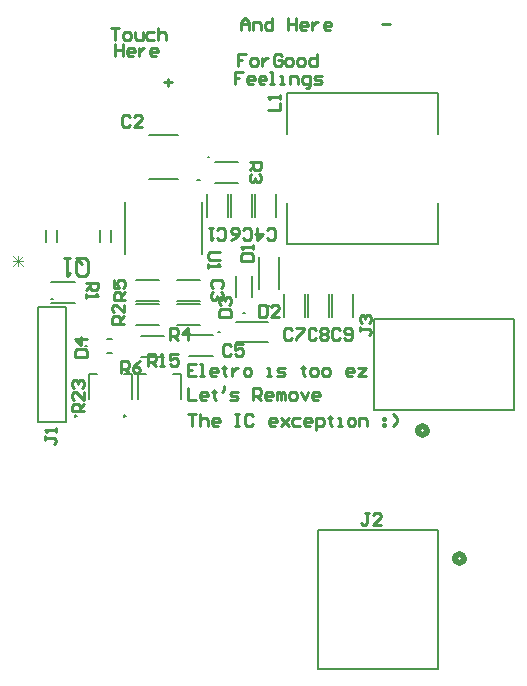
<source format=gto>
G04*
G04 #@! TF.GenerationSoftware,Altium Limited,Altium Designer,23.10.1 (27)*
G04*
G04 Layer_Color=65535*
%FSLAX25Y25*%
%MOIN*%
G70*
G04*
G04 #@! TF.SameCoordinates,C0C592A9-96B4-4F53-9DEC-7EA94FB758FA*
G04*
G04*
G04 #@! TF.FilePolarity,Positive*
G04*
G01*
G75*
%ADD10C,0.02000*%
%ADD11C,0.00787*%
%ADD12C,0.00600*%
%ADD13C,0.00500*%
%ADD14C,0.01000*%
%ADD15C,0.00300*%
D10*
X290243Y237300D02*
X289892Y238264D01*
X289003Y238777D01*
X287993Y238599D01*
X287333Y237813D01*
Y236787D01*
X287993Y236001D01*
X289003Y235823D01*
X289892Y236336D01*
X290243Y237300D01*
X277900Y279970D02*
X277549Y280934D01*
X276660Y281447D01*
X275650Y281269D01*
X274991Y280483D01*
Y279457D01*
X275650Y278671D01*
X276660Y278492D01*
X277549Y279006D01*
X277900Y279970D01*
D11*
X202109Y363348D02*
X201322D01*
X202109D01*
X164720Y308300D02*
X163932D01*
X164720D01*
X208870Y312700D02*
X208083D01*
X208870D01*
X153294Y323672D02*
X152506D01*
X153294D01*
X225694Y321476D02*
X224906D01*
X225694D01*
X217394Y319150D02*
X216606D01*
X217394D01*
X171413Y305938D02*
X172987D01*
X171413Y310662D02*
X172987D01*
D12*
X177500Y284770D02*
X176750Y285204D01*
Y284337D01*
X177500Y284770D01*
X161200Y284810D02*
X160450Y285243D01*
Y284377D01*
X161200Y284810D01*
X205400Y371200D02*
X204800D01*
X205400D01*
X281743Y200580D02*
Y246880D01*
X241743Y200580D02*
X281743D01*
X241743D02*
Y246880D01*
X281743D01*
X150934Y342800D02*
Y346990D01*
X168966Y342800D02*
Y346990D01*
X154434Y342800D02*
Y346990D01*
X172466Y342800D02*
Y346990D01*
X306849Y286970D02*
Y317270D01*
X260349D02*
X306849D01*
X260349Y286970D02*
Y317270D01*
Y286970D02*
X306849D01*
X231300Y342200D02*
Y355839D01*
Y378761D02*
Y392400D01*
X281500D01*
Y342200D02*
Y355839D01*
X231300Y342200D02*
X281500D01*
Y378761D02*
Y392400D01*
X181500Y298860D02*
X184240D01*
X195900Y290567D02*
Y298860D01*
X193160D02*
X195900D01*
X181500Y290567D02*
Y298860D01*
X165200Y298900D02*
X167940D01*
X179600Y290607D02*
Y298900D01*
X176860D02*
X179600D01*
X165200Y290607D02*
Y298900D01*
X185147Y364000D02*
X194853D01*
X185147Y378400D02*
X194853D01*
D13*
X182463Y304596D02*
X190337D01*
X182463Y311604D02*
X190337D01*
X202995Y338939D02*
Y356261D01*
X177405Y338939D02*
Y356261D01*
X180763Y315196D02*
X188637D01*
X180763Y322204D02*
X188637D01*
X207082Y369504D02*
X214956D01*
X207082Y362496D02*
X214956D01*
X198582Y304696D02*
X206456D01*
X198582Y311704D02*
X206456D01*
X214185Y316046D02*
X224815D01*
X214185Y309354D02*
X224815D01*
X246096Y317763D02*
Y325637D01*
X253104Y317763D02*
Y325637D01*
X238096Y317765D02*
Y325639D01*
X245104Y317765D02*
Y325639D01*
X230196Y317763D02*
Y325637D01*
X237204Y317763D02*
Y325637D01*
X148294Y321113D02*
X157506D01*
X148294Y282687D02*
X157506D01*
Y321113D01*
X148294Y282687D02*
Y321113D01*
X194480Y323097D02*
X202354D01*
X194480Y330105D02*
X202354D01*
X194482Y322203D02*
X202356D01*
X194482Y315195D02*
X202356D01*
X221954Y327185D02*
Y337815D01*
X228646Y327185D02*
Y337815D01*
X214323Y324357D02*
Y331443D01*
X219677Y324357D02*
Y331443D01*
X220496Y351063D02*
Y358937D01*
X227504Y351063D02*
Y358937D01*
X219604Y351044D02*
Y358918D01*
X212596Y351044D02*
Y358918D01*
X204596Y351044D02*
Y358918D01*
X211604Y351044D02*
Y358918D01*
X180782Y330104D02*
X188656D01*
X180782Y323096D02*
X188656D01*
X152582Y329604D02*
X160456D01*
X152582Y322596D02*
X160456D01*
D14*
X216524Y399548D02*
X213900D01*
Y397580D01*
X215212D01*
X213900D01*
Y395612D01*
X219804D02*
X218492D01*
X217836Y396268D01*
Y397580D01*
X218492Y398236D01*
X219804D01*
X220460Y397580D01*
Y396924D01*
X217836D01*
X223739Y395612D02*
X222427D01*
X221772Y396268D01*
Y397580D01*
X222427Y398236D01*
X223739D01*
X224395Y397580D01*
Y396924D01*
X221772D01*
X225707Y395612D02*
X227019D01*
X226363D01*
Y399548D01*
X225707D01*
X228987Y395612D02*
X230299D01*
X229643D01*
Y398236D01*
X228987D01*
X232267Y395612D02*
Y398236D01*
X234235D01*
X234891Y397580D01*
Y395612D01*
X237514Y394300D02*
X238170D01*
X238826Y394956D01*
Y398236D01*
X236859D01*
X236203Y397580D01*
Y396268D01*
X236859Y395612D01*
X238826D01*
X240138D02*
X242106D01*
X242762Y396268D01*
X242106Y396924D01*
X240794D01*
X240138Y397580D01*
X240794Y398236D01*
X242762D01*
X215900Y413600D02*
Y416224D01*
X217212Y417536D01*
X218524Y416224D01*
Y413600D01*
Y415568D01*
X215900D01*
X219836Y413600D02*
Y416224D01*
X221804D01*
X222460Y415568D01*
Y413600D01*
X226395Y417536D02*
Y413600D01*
X224427D01*
X223772Y414256D01*
Y415568D01*
X224427Y416224D01*
X226395D01*
X231643Y417536D02*
Y413600D01*
Y415568D01*
X234267D01*
Y417536D01*
Y413600D01*
X237547D02*
X236235D01*
X235579Y414256D01*
Y415568D01*
X236235Y416224D01*
X237547D01*
X238203Y415568D01*
Y414912D01*
X235579D01*
X239514Y416224D02*
Y413600D01*
Y414912D01*
X240170Y415568D01*
X240826Y416224D01*
X241482D01*
X245418Y413600D02*
X244106D01*
X243450Y414256D01*
Y415568D01*
X244106Y416224D01*
X245418D01*
X246074Y415568D01*
Y414912D01*
X243450D01*
X217624Y405336D02*
X215000D01*
Y403368D01*
X216312D01*
X215000D01*
Y401400D01*
X219592D02*
X220904D01*
X221560Y402056D01*
Y403368D01*
X220904Y404024D01*
X219592D01*
X218936Y403368D01*
Y402056D01*
X219592Y401400D01*
X222871Y404024D02*
Y401400D01*
Y402712D01*
X223527Y403368D01*
X224183Y404024D01*
X224839D01*
X229431Y404680D02*
X228775Y405336D01*
X227463D01*
X226807Y404680D01*
Y402056D01*
X227463Y401400D01*
X228775D01*
X229431Y402056D01*
Y403368D01*
X228119D01*
X231399Y401400D02*
X232711D01*
X233367Y402056D01*
Y403368D01*
X232711Y404024D01*
X231399D01*
X230743Y403368D01*
Y402056D01*
X231399Y401400D01*
X235335D02*
X236647D01*
X237302Y402056D01*
Y403368D01*
X236647Y404024D01*
X235335D01*
X234679Y403368D01*
Y402056D01*
X235335Y401400D01*
X241238Y405336D02*
Y401400D01*
X239270D01*
X238614Y402056D01*
Y403368D01*
X239270Y404024D01*
X241238D01*
X262800Y415500D02*
X265424D01*
X190200Y396012D02*
X192824D01*
X191512Y397324D02*
Y394700D01*
X173900Y408936D02*
Y405000D01*
Y406968D01*
X176524D01*
Y408936D01*
Y405000D01*
X179804D02*
X178492D01*
X177836Y405656D01*
Y406968D01*
X178492Y407624D01*
X179804D01*
X180460Y406968D01*
Y406312D01*
X177836D01*
X181772Y407624D02*
Y405000D01*
Y406312D01*
X182427Y406968D01*
X183083Y407624D01*
X183739D01*
X187675Y405000D02*
X186363D01*
X185707Y405656D01*
Y406968D01*
X186363Y407624D01*
X187675D01*
X188331Y406968D01*
Y406312D01*
X185707D01*
X172600Y414236D02*
X175224D01*
X173912D01*
Y410300D01*
X177192D02*
X178504D01*
X179160Y410956D01*
Y412268D01*
X178504Y412924D01*
X177192D01*
X176536Y412268D01*
Y410956D01*
X177192Y410300D01*
X180472Y412924D02*
Y410956D01*
X181127Y410300D01*
X183095D01*
Y412924D01*
X187031D02*
X185063D01*
X184407Y412268D01*
Y410956D01*
X185063Y410300D01*
X187031D01*
X188343Y414236D02*
Y410300D01*
Y412268D01*
X188999Y412924D01*
X190311D01*
X190967Y412268D01*
Y410300D01*
X198300Y285448D02*
X200924D01*
X199612D01*
Y281512D01*
X202236Y285448D02*
Y281512D01*
Y283480D01*
X202892Y284136D01*
X204204D01*
X204860Y283480D01*
Y281512D01*
X208139D02*
X206827D01*
X206171Y282168D01*
Y283480D01*
X206827Y284136D01*
X208139D01*
X208795Y283480D01*
Y282824D01*
X206171D01*
X214043Y285448D02*
X215355D01*
X214699D01*
Y281512D01*
X214043D01*
X215355D01*
X219947Y284792D02*
X219291Y285448D01*
X217979D01*
X217323Y284792D01*
Y282168D01*
X217979Y281512D01*
X219291D01*
X219947Y282168D01*
X227162Y281512D02*
X225850D01*
X225194Y282168D01*
Y283480D01*
X225850Y284136D01*
X227162D01*
X227818Y283480D01*
Y282824D01*
X225194D01*
X229130Y284136D02*
X231754Y281512D01*
X230442Y282824D01*
X231754Y284136D01*
X229130Y281512D01*
X235689Y284136D02*
X233722D01*
X233066Y283480D01*
Y282168D01*
X233722Y281512D01*
X235689D01*
X238969D02*
X237657D01*
X237001Y282168D01*
Y283480D01*
X237657Y284136D01*
X238969D01*
X239625Y283480D01*
Y282824D01*
X237001D01*
X240937Y280200D02*
Y284136D01*
X242905D01*
X243561Y283480D01*
Y282168D01*
X242905Y281512D01*
X240937D01*
X245529Y284792D02*
Y284136D01*
X244873D01*
X246185D01*
X245529D01*
Y282168D01*
X246185Y281512D01*
X248153D02*
X249465D01*
X248809D01*
Y284136D01*
X248153D01*
X252088Y281512D02*
X253400D01*
X254056Y282168D01*
Y283480D01*
X253400Y284136D01*
X252088D01*
X251432Y283480D01*
Y282168D01*
X252088Y281512D01*
X255368D02*
Y284136D01*
X257336D01*
X257992Y283480D01*
Y281512D01*
X263240Y284136D02*
X263896D01*
Y283480D01*
X263240D01*
Y284136D01*
Y282168D02*
X263896D01*
Y281512D01*
X263240D01*
Y282168D01*
X266519Y281512D02*
X267831Y282824D01*
Y284136D01*
X266519Y285448D01*
X198400Y294136D02*
Y290200D01*
X201024D01*
X204304D02*
X202992D01*
X202336Y290856D01*
Y292168D01*
X202992Y292824D01*
X204304D01*
X204960Y292168D01*
Y291512D01*
X202336D01*
X206927Y293480D02*
Y292824D01*
X206272D01*
X207583D01*
X206927D01*
Y290856D01*
X207583Y290200D01*
X210207Y294792D02*
Y293480D01*
X209551Y292824D01*
X212175Y290200D02*
X214143D01*
X214799Y290856D01*
X214143Y291512D01*
X212831D01*
X212175Y292168D01*
X212831Y292824D01*
X214799D01*
X220047Y290200D02*
Y294136D01*
X222014D01*
X222670Y293480D01*
Y292168D01*
X222014Y291512D01*
X220047D01*
X221358D02*
X222670Y290200D01*
X225950D02*
X224638D01*
X223982Y290856D01*
Y292168D01*
X224638Y292824D01*
X225950D01*
X226606Y292168D01*
Y291512D01*
X223982D01*
X227918Y290200D02*
Y292824D01*
X228574D01*
X229230Y292168D01*
Y290200D01*
Y292168D01*
X229886Y292824D01*
X230542Y292168D01*
Y290200D01*
X232510D02*
X233822D01*
X234478Y290856D01*
Y292168D01*
X233822Y292824D01*
X232510D01*
X231854Y292168D01*
Y290856D01*
X232510Y290200D01*
X235789Y292824D02*
X237101Y290200D01*
X238413Y292824D01*
X241693Y290200D02*
X240381D01*
X239725Y290856D01*
Y292168D01*
X240381Y292824D01*
X241693D01*
X242349Y292168D01*
Y291512D01*
X239725D01*
X201024Y302036D02*
X198400D01*
Y298100D01*
X201024D01*
X198400Y300068D02*
X199712D01*
X202336Y298100D02*
X203648D01*
X202992D01*
Y302036D01*
X202336D01*
X207583Y298100D02*
X206272D01*
X205615Y298756D01*
Y300068D01*
X206272Y300724D01*
X207583D01*
X208239Y300068D01*
Y299412D01*
X205615D01*
X210207Y301380D02*
Y300724D01*
X209551D01*
X210863D01*
X210207D01*
Y298756D01*
X210863Y298100D01*
X212831Y300724D02*
Y298100D01*
Y299412D01*
X213487Y300068D01*
X214143Y300724D01*
X214799D01*
X217423Y298100D02*
X218735D01*
X219391Y298756D01*
Y300068D01*
X218735Y300724D01*
X217423D01*
X216767Y300068D01*
Y298756D01*
X217423Y298100D01*
X224638D02*
X225950D01*
X225294D01*
Y300724D01*
X224638D01*
X227918Y298100D02*
X229886D01*
X230542Y298756D01*
X229886Y299412D01*
X228574D01*
X227918Y300068D01*
X228574Y300724D01*
X230542D01*
X236445Y301380D02*
Y300724D01*
X235789D01*
X237101D01*
X236445D01*
Y298756D01*
X237101Y298100D01*
X239725D02*
X241037D01*
X241693Y298756D01*
Y300068D01*
X241037Y300724D01*
X239725D01*
X239069Y300068D01*
Y298756D01*
X239725Y298100D01*
X243661D02*
X244973D01*
X245629Y298756D01*
Y300068D01*
X244973Y300724D01*
X243661D01*
X243005Y300068D01*
Y298756D01*
X243661Y298100D01*
X252844D02*
X251533D01*
X250876Y298756D01*
Y300068D01*
X251533Y300724D01*
X252844D01*
X253500Y300068D01*
Y299412D01*
X250876D01*
X254812Y300724D02*
X257436D01*
X254812Y298100D01*
X257436D01*
X161000Y336499D02*
Y332501D01*
X162000Y331501D01*
X163999D01*
X164999Y332501D01*
Y336499D01*
X163999Y337499D01*
X162000D01*
X162999Y335500D02*
X161000Y337499D01*
X162000D02*
X161000Y336499D01*
X159001Y337499D02*
X157001D01*
X158001D01*
Y331501D01*
X159001Y332501D01*
X208532Y317820D02*
X212468D01*
Y319788D01*
X211812Y320444D01*
X209188D01*
X208532Y319788D01*
Y317820D01*
X209188Y321756D02*
X208532Y322412D01*
Y323724D01*
X209188Y324380D01*
X209844D01*
X210500Y323724D01*
Y323068D01*
Y323724D01*
X211156Y324380D01*
X211812D01*
X212468Y323724D01*
Y322412D01*
X211812Y321756D01*
X224932Y386676D02*
X228868D01*
Y389300D01*
Y390612D02*
Y391924D01*
Y391268D01*
X224932D01*
X225588Y390612D01*
X150432Y278200D02*
Y276888D01*
Y277544D01*
X153712D01*
X154368Y276888D01*
Y276232D01*
X153712Y275576D01*
X154368Y279512D02*
Y280824D01*
Y280168D01*
X150432D01*
X151088Y279512D01*
X208768Y339424D02*
X205488D01*
X204832Y338768D01*
Y337456D01*
X205488Y336800D01*
X208768D01*
X204832Y335488D02*
Y334176D01*
Y334832D01*
X208768D01*
X208112Y335488D01*
X163468Y286352D02*
X159532D01*
Y288320D01*
X160188Y288976D01*
X161500D01*
X162156Y288320D01*
Y286352D01*
Y287664D02*
X163468Y288976D01*
Y292912D02*
Y290288D01*
X160844Y292912D01*
X160188D01*
X159532Y292256D01*
Y290944D01*
X160188Y290288D01*
Y294224D02*
X159532Y294880D01*
Y296192D01*
X160188Y296848D01*
X160844D01*
X161500Y296192D01*
Y295536D01*
Y296192D01*
X162156Y296848D01*
X162812D01*
X163468Y296192D01*
Y294880D01*
X162812Y294224D01*
X185080Y301432D02*
Y305368D01*
X187048D01*
X187704Y304712D01*
Y303400D01*
X187048Y302744D01*
X185080D01*
X186392D02*
X187704Y301432D01*
X189016D02*
X190328D01*
X189672D01*
Y305368D01*
X189016Y304712D01*
X194920Y305368D02*
X192296D01*
Y303400D01*
X193608Y304056D01*
X194264D01*
X194920Y303400D01*
Y302088D01*
X194264Y301432D01*
X192952D01*
X192296Y302088D01*
X175839Y299332D02*
Y303268D01*
X177807D01*
X178463Y302612D01*
Y301300D01*
X177807Y300644D01*
X175839D01*
X177151D02*
X178463Y299332D01*
X182399Y303268D02*
X181087Y302612D01*
X179775Y301300D01*
Y299988D01*
X180431Y299332D01*
X181743D01*
X182399Y299988D01*
Y300644D01*
X181743Y301300D01*
X179775D01*
X177368Y323520D02*
X173432D01*
Y325488D01*
X174088Y326144D01*
X175400D01*
X176056Y325488D01*
Y323520D01*
Y324832D02*
X177368Y326144D01*
X173432Y330080D02*
Y327456D01*
X175400D01*
X174744Y328768D01*
Y329424D01*
X175400Y330080D01*
X176712D01*
X177368Y329424D01*
Y328112D01*
X176712Y327456D01*
X192320Y310131D02*
Y314067D01*
X194288D01*
X194944Y313411D01*
Y312099D01*
X194288Y311443D01*
X192320D01*
X193632D02*
X194944Y310131D01*
X198224D02*
Y314067D01*
X196256Y312099D01*
X198880D01*
X218751Y369480D02*
X222687D01*
Y367512D01*
X222031Y366856D01*
X220719D01*
X220063Y367512D01*
Y369480D01*
Y368168D02*
X218751Y366856D01*
X222031Y365544D02*
X222687Y364888D01*
Y363576D01*
X222031Y362920D01*
X221375D01*
X220719Y363576D01*
Y364232D01*
Y363576D01*
X220063Y362920D01*
X219407D01*
X218751Y363576D01*
Y364888D01*
X219407Y365544D01*
X176887Y315420D02*
X172951D01*
Y317388D01*
X173607Y318044D01*
X174919D01*
X175575Y317388D01*
Y315420D01*
Y316732D02*
X176887Y318044D01*
Y321980D02*
Y319356D01*
X174263Y321980D01*
X173607D01*
X172951Y321324D01*
Y320012D01*
X173607Y319356D01*
X164332Y329324D02*
X168268D01*
Y327356D01*
X167612Y326700D01*
X166300D01*
X165644Y327356D01*
Y329324D01*
Y328012D02*
X164332Y326700D01*
Y325388D02*
Y324076D01*
Y324732D01*
X168268D01*
X167612Y325388D01*
X255432Y314544D02*
Y313232D01*
Y313888D01*
X258712D01*
X259368Y313232D01*
Y312576D01*
X258712Y311920D01*
X256088Y315856D02*
X255432Y316512D01*
Y317824D01*
X256088Y318480D01*
X256744D01*
X257400Y317824D01*
Y317168D01*
Y317824D01*
X258056Y318480D01*
X258712D01*
X259368Y317824D01*
Y316512D01*
X258712Y315856D01*
X258644Y252468D02*
X257332D01*
X257988D01*
Y249188D01*
X257332Y248532D01*
X256676D01*
X256020Y249188D01*
X262580Y248532D02*
X259956D01*
X262580Y251156D01*
Y251812D01*
X261924Y252468D01*
X260612D01*
X259956Y251812D01*
X160575Y304520D02*
X164511D01*
Y306488D01*
X163855Y307144D01*
X161231D01*
X160575Y306488D01*
Y304520D01*
X164511Y310424D02*
X160575D01*
X162543Y308456D01*
Y311080D01*
X222020Y321668D02*
Y317732D01*
X223988D01*
X224644Y318388D01*
Y321012D01*
X223988Y321668D01*
X222020D01*
X228580Y317732D02*
X225956D01*
X228580Y320356D01*
Y321012D01*
X227924Y321668D01*
X226612D01*
X225956Y321012D01*
X215932Y336576D02*
X219868D01*
Y338544D01*
X219212Y339200D01*
X216588D01*
X215932Y338544D01*
Y336576D01*
X219868Y340512D02*
Y341824D01*
Y341168D01*
X215932D01*
X216588Y340512D01*
X248944Y313493D02*
X248288Y314149D01*
X246976D01*
X246320Y313493D01*
Y310869D01*
X246976Y310213D01*
X248288D01*
X248944Y310869D01*
X250256D02*
X250912Y310213D01*
X252224D01*
X252880Y310869D01*
Y313493D01*
X252224Y314149D01*
X250912D01*
X250256Y313493D01*
Y312837D01*
X250912Y312181D01*
X252880D01*
X241044Y313493D02*
X240388Y314149D01*
X239076D01*
X238420Y313493D01*
Y310869D01*
X239076Y310213D01*
X240388D01*
X241044Y310869D01*
X242356Y313493D02*
X243012Y314149D01*
X244324D01*
X244980Y313493D01*
Y312837D01*
X244324Y312181D01*
X244980Y311525D01*
Y310869D01*
X244324Y310213D01*
X243012D01*
X242356Y310869D01*
Y311525D01*
X243012Y312181D01*
X242356Y312837D01*
Y313493D01*
X243012Y312181D02*
X244324D01*
X232944Y313493D02*
X232288Y314149D01*
X230976D01*
X230320Y313493D01*
Y310869D01*
X230976Y310213D01*
X232288D01*
X232944Y310869D01*
X234256Y314149D02*
X236880D01*
Y313493D01*
X234256Y310869D01*
Y310213D01*
X216556Y344169D02*
X217212Y343513D01*
X218524D01*
X219180Y344169D01*
Y346793D01*
X218524Y347449D01*
X217212D01*
X216556Y346793D01*
X212620Y343513D02*
X213932Y344169D01*
X215244Y345481D01*
Y346793D01*
X214588Y347449D01*
X213276D01*
X212620Y346793D01*
Y346137D01*
X213276Y345481D01*
X215244D01*
X212544Y308112D02*
X211888Y308768D01*
X210576D01*
X209920Y308112D01*
Y305488D01*
X210576Y304832D01*
X211888D01*
X212544Y305488D01*
X216480Y308768D02*
X213856D01*
Y306800D01*
X215168Y307456D01*
X215824D01*
X216480Y306800D01*
Y305488D01*
X215824Y304832D01*
X214512D01*
X213856Y305488D01*
X224656Y344088D02*
X225312Y343432D01*
X226624D01*
X227280Y344088D01*
Y346712D01*
X226624Y347368D01*
X225312D01*
X224656Y346712D01*
X221376Y347368D02*
Y343432D01*
X223344Y345400D01*
X220720D01*
X209129Y327557D02*
X209785Y328213D01*
Y329525D01*
X209129Y330181D01*
X206505D01*
X205849Y329525D01*
Y328213D01*
X206505Y327557D01*
X209129Y326245D02*
X209785Y325589D01*
Y324277D01*
X209129Y323621D01*
X208473D01*
X207817Y324277D01*
Y324933D01*
Y324277D01*
X207161Y323621D01*
X206505D01*
X205849Y324277D01*
Y325589D01*
X206505Y326245D01*
X178844Y384412D02*
X178188Y385068D01*
X176876D01*
X176220Y384412D01*
Y381788D01*
X176876Y381132D01*
X178188D01*
X178844Y381788D01*
X182780Y381132D02*
X180156D01*
X182780Y383756D01*
Y384412D01*
X182124Y385068D01*
X180812D01*
X180156Y384412D01*
X208000Y344069D02*
X208656Y343413D01*
X209968D01*
X210624Y344069D01*
Y346693D01*
X209968Y347349D01*
X208656D01*
X208000Y346693D01*
X206688Y347349D02*
X205376D01*
X206032D01*
Y343413D01*
X206688Y344069D01*
D15*
X139918Y338165D02*
X143251Y334833D01*
X139918D02*
X143251Y338165D01*
X139918Y336499D02*
X143251D01*
X141585Y334833D02*
Y338165D01*
M02*

</source>
